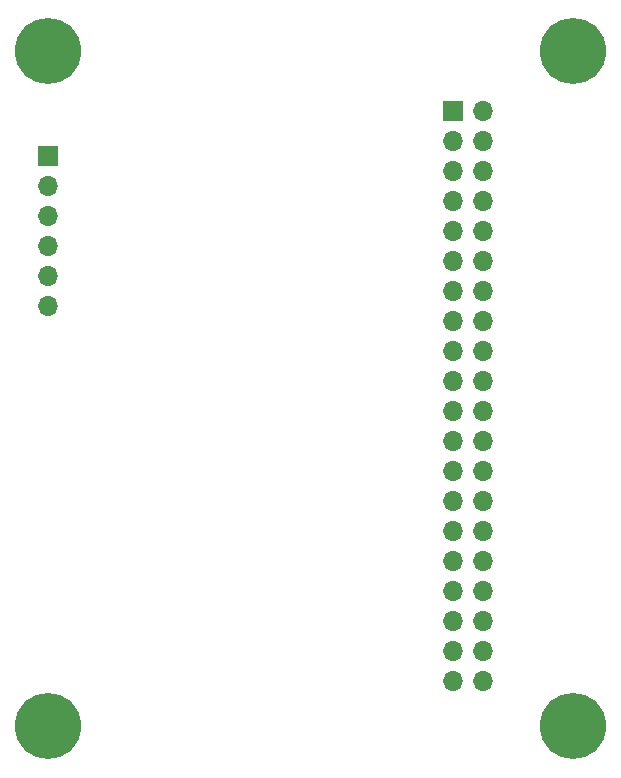
<source format=gbs>
G04 #@! TF.GenerationSoftware,KiCad,Pcbnew,6.0.6-3a73a75311~116~ubuntu22.04.1*
G04 #@! TF.CreationDate,2022-06-23T20:47:55-04:00*
G04 #@! TF.ProjectId,switch_mux_breakout,73776974-6368-45f6-9d75-785f62726561,0*
G04 #@! TF.SameCoordinates,Original*
G04 #@! TF.FileFunction,Soldermask,Bot*
G04 #@! TF.FilePolarity,Negative*
%FSLAX46Y46*%
G04 Gerber Fmt 4.6, Leading zero omitted, Abs format (unit mm)*
G04 Created by KiCad (PCBNEW 6.0.6-3a73a75311~116~ubuntu22.04.1) date 2022-06-23 20:47:55*
%MOMM*%
%LPD*%
G01*
G04 APERTURE LIST*
%ADD10R,1.700000X1.700000*%
%ADD11O,1.700000X1.700000*%
%ADD12C,5.600000*%
G04 APERTURE END LIST*
D10*
X125730001Y-82550001D03*
D11*
X125730001Y-85090001D03*
X125730001Y-87630001D03*
X125730001Y-90170001D03*
X125730001Y-92710001D03*
X125730001Y-95250001D03*
D12*
X170180001Y-73660001D03*
X170180001Y-130810001D03*
X125730001Y-130810001D03*
D10*
X160020001Y-78740001D03*
D11*
X162560001Y-78740001D03*
X160020001Y-81280001D03*
X162560001Y-81280001D03*
X160020001Y-83820001D03*
X162560001Y-83820001D03*
X160020001Y-86360001D03*
X162560001Y-86360001D03*
X160020001Y-88900001D03*
X162560001Y-88900001D03*
X160020001Y-91440001D03*
X162560001Y-91440001D03*
X160020001Y-93980001D03*
X162560001Y-93980001D03*
X160020001Y-96520001D03*
X162560001Y-96520001D03*
X160020001Y-99060001D03*
X162560001Y-99060001D03*
X160020001Y-101600001D03*
X162560001Y-101600001D03*
X160020001Y-104140001D03*
X162560001Y-104140001D03*
X160020001Y-106680001D03*
X162560001Y-106680001D03*
X160020001Y-109220001D03*
X162560001Y-109220001D03*
X160020001Y-111760001D03*
X162560001Y-111760001D03*
X160020001Y-114300001D03*
X162560001Y-114300001D03*
X160020001Y-116840001D03*
X162560001Y-116840001D03*
X160020001Y-119380001D03*
X162560001Y-119380001D03*
X160020001Y-121920001D03*
X162560001Y-121920001D03*
X160020001Y-124460001D03*
X162560001Y-124460001D03*
X160020001Y-127000001D03*
X162560001Y-127000001D03*
D12*
X125730001Y-73660001D03*
M02*

</source>
